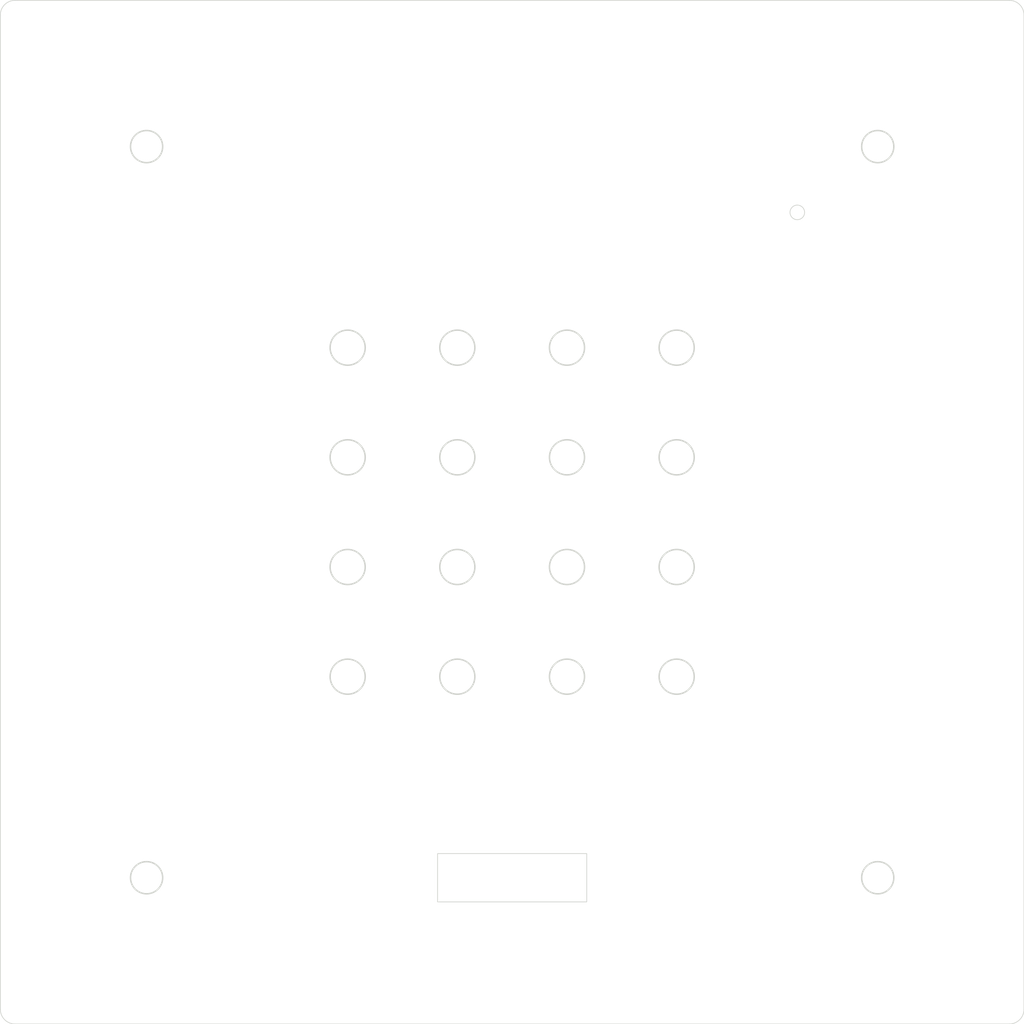
<source format=kicad_pcb>
(kicad_pcb
	(version 20241229)
	(generator "pcbnew")
	(generator_version "9.0")
	(general
		(thickness 2.09)
		(legacy_teardrops no)
	)
	(paper "A4")
	(layers
		(0 "F.Cu" signal)
		(2 "B.Cu" signal)
		(9 "F.Adhes" user "F.Adhesive")
		(11 "B.Adhes" user "B.Adhesive")
		(13 "F.Paste" user)
		(15 "B.Paste" user)
		(5 "F.SilkS" user "F.Silkscreen")
		(7 "B.SilkS" user "B.Silkscreen")
		(1 "F.Mask" user)
		(3 "B.Mask" user)
		(17 "Dwgs.User" user "User.Drawings")
		(19 "Cmts.User" user "User.Comments")
		(21 "Eco1.User" user "User.Eco1")
		(23 "Eco2.User" user "User.Eco2")
		(25 "Edge.Cuts" user)
		(27 "Margin" user)
		(31 "F.CrtYd" user "F.Courtyard")
		(29 "B.CrtYd" user "B.Courtyard")
		(35 "F.Fab" user)
		(33 "B.Fab" user)
		(39 "User.1" user)
		(41 "User.2" user)
		(43 "User.3" user)
		(45 "User.4" user)
	)
	(setup
		(stackup
			(layer "F.SilkS"
				(type "Top Silk Screen")
			)
			(layer "F.Paste"
				(type "Top Solder Paste")
			)
			(layer "F.Mask"
				(type "Top Solder Mask")
				(thickness 0.01)
			)
			(layer "F.Cu"
				(type "copper")
				(thickness 0.035)
			)
			(layer "dielectric 1"
				(type "core")
				(thickness 2)
				(material "FR4")
				(epsilon_r 4.5)
				(loss_tangent 0.02)
			)
			(layer "B.Cu"
				(type "copper")
				(thickness 0.035)
			)
			(layer "B.Mask"
				(type "Bottom Solder Mask")
				(thickness 0.01)
			)
			(layer "B.Paste"
				(type "Bottom Solder Paste")
			)
			(layer "B.SilkS"
				(type "Bottom Silk Screen")
			)
			(copper_finish "None")
			(dielectric_constraints no)
		)
		(pad_to_mask_clearance 0)
		(allow_soldermask_bridges_in_footprints no)
		(tenting front back)
		(grid_origin 60 125)
		(pcbplotparams
			(layerselection 0x00000000_00000000_55555555_5755f5ff)
			(plot_on_all_layers_selection 0x00000000_00000000_00000000_00000000)
			(disableapertmacros no)
			(usegerberextensions no)
			(usegerberattributes yes)
			(usegerberadvancedattributes yes)
			(creategerberjobfile yes)
			(dashed_line_dash_ratio 12.000000)
			(dashed_line_gap_ratio 3.000000)
			(svgprecision 4)
			(plotframeref no)
			(mode 1)
			(useauxorigin no)
			(hpglpennumber 1)
			(hpglpenspeed 20)
			(hpglpendiameter 15.000000)
			(pdf_front_fp_property_popups yes)
			(pdf_back_fp_property_popups yes)
			(pdf_metadata yes)
			(pdf_single_document no)
			(dxfpolygonmode yes)
			(dxfimperialunits yes)
			(dxfusepcbnewfont yes)
			(psnegative no)
			(psa4output no)
			(plot_black_and_white yes)
			(sketchpadsonfab no)
			(plotpadnumbers no)
			(hidednponfab no)
			(sketchdnponfab yes)
			(crossoutdnponfab yes)
			(subtractmaskfromsilk no)
			(outputformat 1)
			(mirror no)
			(drillshape 1)
			(scaleselection 1)
			(outputdirectory "")
		)
	)
	(net 0 "")
	(gr_circle
		(center 120 65)
		(end 121.1 65)
		(stroke
			(width 0.1)
			(type solid)
		)
		(fill no)
		(layer "Edge.Cuts")
		(uuid "06630cff-7f0e-4dcf-bdf9-7e4a2fdd2a9c")
	)
	(gr_rect
		(start 89.9 113.35)
		(end 100.1 116.65)
		(stroke
			(width 0.05)
			(type solid)
		)
		(fill no)
		(layer "Edge.Cuts")
		(uuid "13a33cbb-92b0-4f50-b9b5-abf0bb966d5c")
	)
	(gr_arc
		(start 61 125)
		(mid 60.292893 124.707107)
		(end 60 124)
		(stroke
			(width 0.05)
			(type solid)
		)
		(layer "Edge.Cuts")
		(uuid "1b7d324b-b5b3-4ed0-a3c8-bbe112593973")
	)
	(gr_circle
		(center 91.25 78.75)
		(end 92.45 78.75)
		(stroke
			(width 0.1)
			(type solid)
		)
		(fill no)
		(layer "Edge.Cuts")
		(uuid "236b647b-ec7e-4493-8f25-e7a706f19904")
	)
	(gr_line
		(start 61 55)
		(end 129 55)
		(stroke
			(width 0.05)
			(type solid)
		)
		(layer "Edge.Cuts")
		(uuid "25e519d5-3917-4708-b6a4-7d106f107373")
	)
	(gr_circle
		(center 106.25 86.25)
		(end 107.45 86.25)
		(stroke
			(width 0.1)
			(type solid)
		)
		(fill no)
		(layer "Edge.Cuts")
		(uuid "4864dac4-6691-43ee-b102-7b099a025f9c")
	)
	(gr_circle
		(center 120 115)
		(end 121.1 115)
		(stroke
			(width 0.1)
			(type solid)
		)
		(fill no)
		(layer "Edge.Cuts")
		(uuid "54c4aee0-1596-4a36-a986-a9bda01dbcc3")
	)
	(gr_circle
		(center 114.5 69.5)
		(end 115 69.5)
		(stroke
			(width 0.05)
			(type solid)
		)
		(fill no)
		(layer "Edge.Cuts")
		(uuid "551460ab-9891-4104-8ede-a5b03e9b37fe")
	)
	(gr_circle
		(center 106.25 93.75)
		(end 107.45 93.75)
		(stroke
			(width 0.1)
			(type solid)
		)
		(fill no)
		(layer "Edge.Cuts")
		(uuid "5b34d289-aed7-49d2-be94-508436bbf0c3")
	)
	(gr_arc
		(start 60 56)
		(mid 60.292893 55.292893)
		(end 61 55)
		(stroke
			(width 0.05)
			(type solid)
		)
		(layer "Edge.Cuts")
		(uuid "651feee1-57d5-4a78-b760-1ee04d8a5d42")
	)
	(gr_circle
		(center 106.25 101.25)
		(end 107.45 101.25)
		(stroke
			(width 0.1)
			(type solid)
		)
		(fill no)
		(layer "Edge.Cuts")
		(uuid "678e8d5f-df5d-480e-8522-aae78e78fba9")
	)
	(gr_circle
		(center 91.25 101.25)
		(end 92.45 101.25)
		(stroke
			(width 0.1)
			(type solid)
		)
		(fill no)
		(layer "Edge.Cuts")
		(uuid "694f07aa-21a0-40e1-853e-e20110c3c1a0")
	)
	(gr_circle
		(center 70 115)
		(end 71.1 115)
		(stroke
			(width 0.1)
			(type solid)
		)
		(fill no)
		(layer "Edge.Cuts")
		(uuid "744c38f2-3f77-480e-b1cd-71b062d59d3e")
	)
	(gr_circle
		(center 98.75 101.25)
		(end 99.95 101.25)
		(stroke
			(width 0.1)
			(type solid)
		)
		(fill no)
		(layer "Edge.Cuts")
		(uuid "75a1fda7-c33d-4a9b-8f6a-6e54d16636ff")
	)
	(gr_line
		(start 60 56)
		(end 60 124)
		(stroke
			(width 0.05)
			(type solid)
		)
		(layer "Edge.Cuts")
		(uuid "861efd8b-2d99-43d7-bd49-7e5e76fcc68f")
	)
	(gr_line
		(start 130 56)
		(end 130 124)
		(stroke
			(width 0.05)
			(type solid)
		)
		(layer "Edge.Cuts")
		(uuid "86da5c2a-3f37-444c-af35-0aa194c712ce")
	)
	(gr_circle
		(center 83.75 101.25)
		(end 84.95 101.25)
		(stroke
			(width 0.1)
			(type solid)
		)
		(fill no)
		(layer "Edge.Cuts")
		(uuid "96a9f5e5-7978-4ffc-9a9a-7cd29fb67f7b")
	)
	(gr_line
		(start 61 125)
		(end 129 125)
		(stroke
			(width 0.05)
			(type solid)
		)
		(layer "Edge.Cuts")
		(uuid "ab6291f6-dee0-4e9d-9aa4-8cf87c1f458f")
	)
	(gr_circle
		(center 91.25 86.25)
		(end 92.45 86.25)
		(stroke
			(width 0.1)
			(type solid)
		)
		(fill no)
		(layer "Edge.Cuts")
		(uuid "af2d142d-6164-40b1-8ef4-4dd50c741248")
	)
	(gr_circle
		(center 98.75 93.75)
		(end 99.95 93.75)
		(stroke
			(width 0.1)
			(type solid)
		)
		(fill no)
		(layer "Edge.Cuts")
		(uuid "b75587c0-0daf-4aac-b030-a5b3ecfdea6c")
	)
	(gr_circle
		(center 98.75 86.25)
		(end 99.95 86.25)
		(stroke
			(width 0.1)
			(type solid)
		)
		(fill no)
		(layer "Edge.Cuts")
		(uuid "ba1337a0-fd73-4df7-bf45-e9966a1bb91a")
	)
	(gr_circle
		(center 106.25 78.75)
		(end 107.45 78.75)
		(stroke
			(width 0.1)
			(type solid)
		)
		(fill no)
		(layer "Edge.Cuts")
		(uuid "c04da52a-ea8b-4628-b5b2-6c6d2f16f9f7")
	)
	(gr_circle
		(center 83.75 93.75)
		(end 84.95 93.75)
		(stroke
			(width 0.1)
			(type solid)
		)
		(fill no)
		(layer "Edge.Cuts")
		(uuid "db9de40a-cbc7-4505-9645-e80926760dab")
	)
	(gr_circle
		(center 83.75 86.25)
		(end 84.95 86.25)
		(stroke
			(width 0.1)
			(type solid)
		)
		(fill no)
		(layer "Edge.Cuts")
		(uuid "dea82e98-457a-4d94-b165-4e8c5821d565")
	)
	(gr_circle
		(center 91.25 93.75)
		(end 92.45 93.75)
		(stroke
			(width 0.1)
			(type solid)
		)
		(fill no)
		(layer "Edge.Cuts")
		(uuid "e08594e4-ef01-4a11-9006-4eed3acc6d86")
	)
	(gr_circle
		(center 83.75 78.75)
		(end 84.95 78.75)
		(stroke
			(width 0.1)
			(type solid)
		)
		(fill no)
		(layer "Edge.Cuts")
		(uuid "e390e223-78ab-43d6-9dd7-9ebb4d322b58")
	)
	(gr_arc
		(start 130 124)
		(mid 129.707107 124.707107)
		(end 129 125)
		(stroke
			(width 0.05)
			(type solid)
		)
		(layer "Edge.Cuts")
		(uuid "e4183df0-8f84-4a62-91bc-983fd76f5399")
	)
	(gr_circle
		(center 70 65)
		(end 71.1 65)
		(stroke
			(width 0.1)
			(type solid)
		)
		(fill no)
		(layer "Edge.Cuts")
		(uuid "eace5c5e-72fa-4571-a9db-d65d605c6229")
	)
	(gr_circle
		(center 98.75 78.75)
		(end 99.95 78.75)
		(stroke
			(width 0.1)
			(type solid)
		)
		(fill no)
		(layer "Edge.Cuts")
		(uuid "ec595bdb-2591-4f5d-ba84-6054f27ff392")
	)
	(gr_arc
		(start 129 55)
		(mid 129.707107 55.292893)
		(end 130 56)
		(stroke
			(width 0.05)
			(type solid)
		)
		(layer "Edge.Cuts")
		(uuid "f0ff9a3d-64b6-4028-9358-be87753f0c14")
	)
	(embedded_fonts no)
)

</source>
